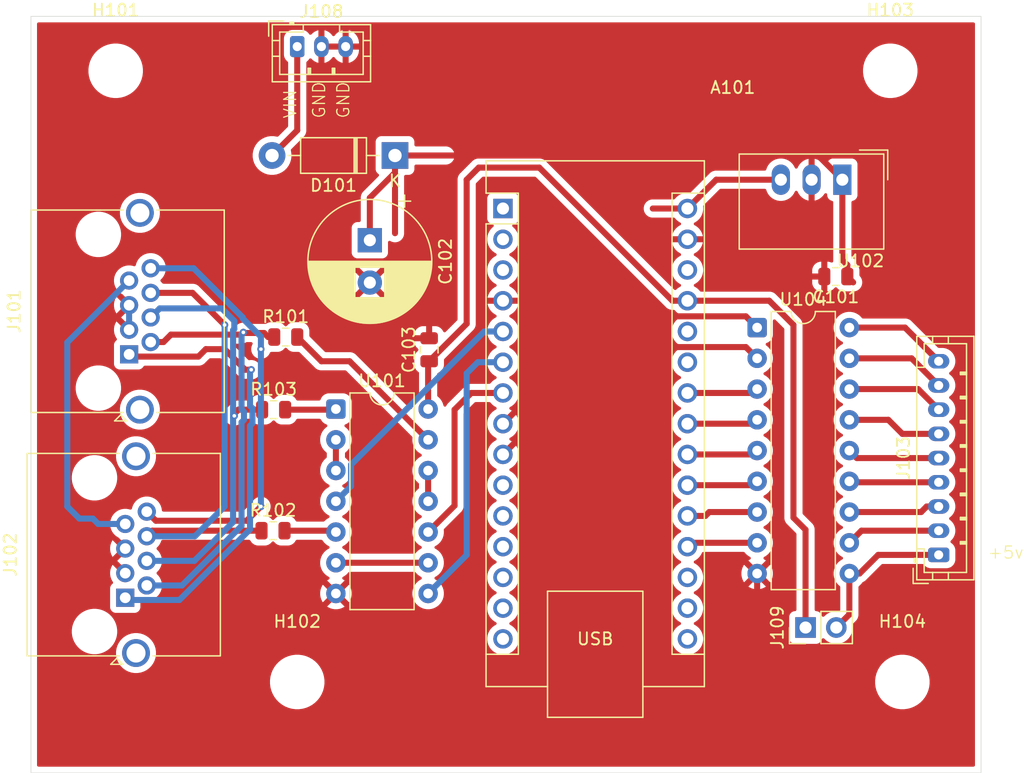
<source format=kicad_pcb>
(kicad_pcb (version 20241229) (generator "pcbnew") (generator_version "9.0")
  (layers (0 "F.Cu" signal) (2 "B.Cu" signal) (13 "F.Paste" user) (15 "B.Paste" user) (5 "F.SilkS" user "F.Silkscreen") (7 "B.SilkS" user "B.Silkscreen") (1 "F.Mask" user) (3 "B.Mask" user) (25 "Edge.Cuts" user))
  (net 0 "")
  (net 1 "Net-(A101-A3)")
  (net 6 "Net-(A101-A1)")
  (net 8 "GND")
  (net 11 "Net-(A101-A0)")
  (net 12 "Net-(A101-D5)")
  (net 13 "Net-(A101-A4)")
  (net 14 "+5V")
  (net 18 "/data")
  (net 19 "Net-(A101-D6)")
  (net 21 "Net-(A101-A5)")
  (net 23 "/load")
  (net 24 "Net-(A101-A2)")
  (net 25 "Net-(A101-VIN)")
  (net 27 "/clock")
  (net 30 "Net-(D101-K)")
  (net 31 "Net-(D101-A)")
  (net 32 "/LOAD_RJ45")
  (net 33 "/RESET_RJ45")
  (net 34 "/DATA_RJ45")
  (net 35 "/+5v{slash}+12v")
  (net 36 "/CLOCK_RJ45")
  (net 37 "/RAILDATA")
  (net 38 "Net-(J103-Pin_8)")
  (net 39 "Net-(J103-Pin_7)")
  (net 40 "Net-(J103-Pin_2)")
  (net 41 "Net-(J103-Pin_4)")
  (net 42 "Net-(J103-Pin_6)")
  (net 43 "Net-(J103-Pin_5)")
  (net 44 "Net-(J103-Pin_3)")
  (net 45 "Net-(J103-Pin_9)")
  (net 46 "Net-(R101-Pad2)")
  (net 47 "Net-(R102-Pad2)")
  (net 48 "Net-(R103-Pad2)")
  (net 49 "Net-(U101-Pad2)")
  (net 50 "Net-(U101-Pad6)")
  (net 51 "unconnected-(U101-Pad11)")
  (net 52 "Net-(J103-Pin_1)")
  (footprint "Connector_PinHeader_2.54mm:PinHeader_1x02_P2.54mm_Vertical" (layer "F.Cu") (at 147 102 90)
    (property "Reference" "J109" (at 0 -2.33 90) (layer "F.SilkS"))
    (property "Value" "Conn_01x02_Pin")
    (pad "1" thru_hole rect (at 0 0 90) (size 1.7 1.7) (drill 1) (layers "*.Cu" "*.Mask") (net 14 "+5V"))
    (pad "2" thru_hole oval (at 0 2.54 90) (size 1.7 1.7) (drill 1) (layers "*.Cu" "*.Mask") (net 52 "Net-(J103-Pin_1)"))
  )
  (footprint "MountingHole:MountingHole_4mm" (layer "F.Cu") (at 90 56)
    (property "Reference" "H101" (at 0 -5 0) (layer "F.SilkS"))
    (property "Value" "MountingHole")
    (pad "" np_thru_hole circle (at 0 0) (size 4 4) (drill 4) (layers "*.Cu" "*.Mask"))
  )
  (footprint "Diode_THT:D_DO-41_SOD81_P10.16mm_Horizontal" (layer "F.Cu") (at 113.08 63 180)
    (property "Reference" "D101" (at 5.08 -2.47 0) (layer "F.SilkS"))
    (property "Value" "1N4007")
    (fp_text user "K" (at 0 -2.1 0) (layer "F.SilkS"))
    (pad "1" thru_hole rect (at 0 0 180) (size 2.2 2.2) (drill 1.1) (layers "*.Cu" "*.Mask") (net 30 "Net-(D101-K)"))
    (pad "2" thru_hole oval (at 10.16 0 180) (size 2.2 2.2) (drill 1.1) (layers "*.Cu" "*.Mask") (net 31 "Net-(D101-A)"))
  )
  (footprint "Capacitor_SMD:C_0805_2012Metric" (layer "F.Cu") (at 149.5 73 180)
    (property "Reference" "C101" (at 0 -1.68 0) (layer "F.SilkS"))
    (property "Value" "100n")
    (pad "1" smd roundrect (at -0.95 0 180) (size 1 1.45) (layers "F.Cu" "F.Mask" "F.Paste") (net 30 "Net-(D101-K)"))
    (pad "2" smd roundrect (at 0.95 0 180) (size 1 1.45) (layers "F.Cu" "F.Mask" "F.Paste") (net 8 "GND"))
  )
  (footprint "Capacitor_SMD:C_0805_2012Metric" (layer "F.Cu") (at 103.05 84)
    (property "Reference" "R103" (at 0 -1.68 0) (layer "F.SilkS"))
    (property "Value" "47R")
    (pad "1" smd roundrect (at -0.95 0) (size 1 1.45) (layers "F.Cu" "F.Mask" "F.Paste") (net 36 "/CLOCK_RJ45"))
    (pad "2" smd roundrect (at 0.95 0) (size 1 1.45) (layers "F.Cu" "F.Mask" "F.Paste") (net 48 "Net-(R103-Pad2)"))
  )
  (footprint "MountingHole:MountingHole_4mm" (layer "F.Cu") (at 155 106.5)
    (property "Reference" "H104" (at 0 -5 0) (layer "F.SilkS"))
    (property "Value" "MountingHole")
    (pad "" np_thru_hole circle (at 0 0) (size 4 4) (drill 4) (layers "*.Cu" "*.Mask"))
  )
  (footprint "Converter_DCDC:Converter_DCDC_TRACO_TSR-1_THT" (layer "F.Cu") (at 150.04 65 180)
    (property "Reference" "U102" (at -1.5 -6.71 0) (layer "F.SilkS"))
    (property "Value" "TSR_1-2490")
    (pad "1" thru_hole rect (at 0 0 180) (size 1.5 2.5) (drill 1) (layers "*.Cu" "*.Mask") (net 30 "Net-(D101-K)"))
    (pad "2" thru_hole oval (at 2.54 0 180) (size 1.5 2.5) (drill 1) (layers "*.Cu" "*.Mask") (net 8 "GND"))
    (pad "3" thru_hole oval (at 5.08 0 180) (size 1.5 2.5) (drill 1) (layers "*.Cu" "*.Mask") (net 25 "Net-(A101-VIN)"))
  )
  (footprint "MountingHole:MountingHole_4mm" (layer "F.Cu") (at 154 56)
    (property "Reference" "H103" (at 0 -5 0) (layer "F.SilkS"))
    (property "Value" "MountingHole")
    (pad "" np_thru_hole circle (at 0 0) (size 4 4) (drill 4) (layers "*.Cu" "*.Mask"))
  )
  (footprint "Connector_RJ:RJ45_Amphenol_RJHSE5380" (layer "F.Cu") (at 90.79 99.54 90)
    (property "Reference" "J102" (at 3.56 -9.5 90) (layer "F.SilkS"))
    (property "Value" "RJ45")
    (pad "" np_thru_hole circle (at -2.79 -2.54 90) (size 3.25 3.25) (drill 3.25) (layers "*.Cu" "*.Mask"))
    (pad "" np_thru_hole circle (at 9.91 -2.54 90) (size 3.25 3.25) (drill 3.25) (layers "*.Cu" "*.Mask"))
    (pad "1" thru_hole rect (at 0 0 90) (size 1.5 1.5) (drill 0.89) (layers "*.Cu" "*.Mask") (net 35 "/+5v{slash}+12v"))
    (pad "2" thru_hole circle (at 1.016 1.78 90) (size 1.5 1.5) (drill 0.89) (layers "*.Cu" "*.Mask") (net 34 "/DATA_RJ45"))
    (pad "3" thru_hole circle (at 2.032 0 90) (size 1.5 1.5) (drill 0.89) (layers "*.Cu" "*.Mask") (net 8 "GND"))
    (pad "4" thru_hole circle (at 3.048 1.78 90) (size 1.5 1.5) (drill 0.89) (layers "*.Cu" "*.Mask") (net 36 "/CLOCK_RJ45"))
    (pad "5" thru_hole circle (at 4.064 0 90) (size 1.5 1.5) (drill 0.89) (layers "*.Cu" "*.Mask") (net 8 "GND"))
    (pad "6" thru_hole circle (at 5.08 1.78 90) (size 1.5 1.5) (drill 0.89) (layers "*.Cu" "*.Mask") (net 32 "/LOAD_RJ45"))
    (pad "7" thru_hole circle (at 6.096 0 90) (size 1.5 1.5) (drill 0.89) (layers "*.Cu" "*.Mask") (net 33 "/RESET_RJ45"))
    (pad "8" thru_hole circle (at 7.112 1.78 90) (size 1.5 1.5) (drill 0.89) (layers "*.Cu" "*.Mask") (net 37 "/RAILDATA"))
    (pad "SH" thru_hole circle (at -4.57 0.89 90) (size 2.3 2.3) (drill 1.57) (layers "*.Cu" "*.Mask"))
    (pad "SH" thru_hole circle (at 11.69 0.89 90) (size 2.3 2.3) (drill 1.57) (layers "*.Cu" "*.Mask"))
  )
  (footprint "Module:Arduino_Nano" (layer "F.Cu") (at 122 67.38)
    (property "Reference" "A101" (at 18.9875 -9.9975 180) (layer "F.SilkS"))
    (property "Value" "Arduino_Nano_v3.x")
    (fp_text user "USB" (at 7.62 35.56 0) (layer "F.SilkS"))
    (pad "1" thru_hole rect (at 0 0) (size 1.6 1.6) (drill 1) (layers "*.Cu" "*.Mask"))
    (pad "2" thru_hole oval (at 0 2.54) (size 1.6 1.6) (drill 1) (layers "*.Cu" "*.Mask"))
    (pad "3" thru_hole oval (at 0 5.08) (size 1.6 1.6) (drill 1) (layers "*.Cu" "*.Mask"))
    (pad "4" thru_hole oval (at 0 7.62) (size 1.6 1.6) (drill 1) (layers "*.Cu" "*.Mask") (net 8 "GND"))
    (pad "5" thru_hole oval (at 0 10.16) (size 1.6 1.6) (drill 1) (layers "*.Cu" "*.Mask") (net 27 "/clock"))
    (pad "6" thru_hole oval (at 0 12.7) (size 1.6 1.6) (drill 1) (layers "*.Cu" "*.Mask") (net 23 "/load"))
    (pad "7" thru_hole oval (at 0 15.24) (size 1.6 1.6) (drill 1) (layers "*.Cu" "*.Mask") (net 18 "/data"))
    (pad "8" thru_hole oval (at 0 17.78) (size 1.6 1.6) (drill 1) (layers "*.Cu" "*.Mask") (net 12 "Net-(A101-D5)"))
    (pad "9" thru_hole oval (at 0 20.32) (size 1.6 1.6) (drill 1) (layers "*.Cu" "*.Mask") (net 19 "Net-(A101-D6)"))
    (pad "10" thru_hole oval (at 0 22.86) (size 1.6 1.6) (drill 1) (layers "*.Cu" "*.Mask"))
    (pad "11" thru_hole oval (at 0 25.4) (size 1.6 1.6) (drill 1) (layers "*.Cu" "*.Mask"))
    (pad "12" thru_hole oval (at 0 27.94) (size 1.6 1.6) (drill 1) (layers "*.Cu" "*.Mask"))
    (pad "13" thru_hole oval (at 0 30.48) (size 1.6 1.6) (drill 1) (layers "*.Cu" "*.Mask"))
    (pad "14" thru_hole oval (at 0 33.02) (size 1.6 1.6) (drill 1) (layers "*.Cu" "*.Mask"))
    (pad "15" thru_hole oval (at 0 35.56) (size 1.6 1.6) (drill 1) (layers "*.Cu" "*.Mask"))
    (pad "16" thru_hole oval (at 15.24 35.56) (size 1.6 1.6) (drill 1) (layers "*.Cu" "*.Mask"))
    (pad "17" thru_hole oval (at 15.24 33.02) (size 1.6 1.6) (drill 1) (layers "*.Cu" "*.Mask"))
    (pad "18" thru_hole oval (at 15.24 30.48) (size 1.6 1.6) (drill 1) (layers "*.Cu" "*.Mask"))
    (pad "19" thru_hole oval (at 15.24 27.94) (size 1.6 1.6) (drill 1) (layers "*.Cu" "*.Mask") (net 11 "Net-(A101-A0)"))
    (pad "20" thru_hole oval (at 15.24 25.4) (size 1.6 1.6) (drill 1) (layers "*.Cu" "*.Mask") (net 6 "Net-(A101-A1)"))
    (pad "21" thru_hole oval (at 15.24 22.86) (size 1.6 1.6) (drill 1) (layers "*.Cu" "*.Mask") (net 24 "Net-(A101-A2)"))
    (pad "22" thru_hole oval (at 15.24 20.32) (size 1.6 1.6) (drill 1) (layers "*.Cu" "*.Mask") (net 1 "Net-(A101-A3)"))
    (pad "23" thru_hole oval (at 15.24 17.78) (size 1.6 1.6) (drill 1) (layers "*.Cu" "*.Mask") (net 13 "Net-(A101-A4)"))
    (pad "24" thru_hole oval (at 15.24 15.24) (size 1.6 1.6) (drill 1) (layers "*.Cu" "*.Mask") (net 21 "Net-(A101-A5)"))
    (pad "25" thru_hole oval (at 15.24 12.7) (size 1.6 1.6) (drill 1) (layers "*.Cu" "*.Mask"))
    (pad "26" thru_hole oval (at 15.24 10.16) (size 1.6 1.6) (drill 1) (layers "*.Cu" "*.Mask"))
    (pad "27" thru_hole oval (at 15.24 7.62) (size 1.6 1.6) (drill 1) (layers "*.Cu" "*.Mask") (net 14 "+5V"))
    (pad "28" thru_hole oval (at 15.24 5.08) (size 1.6 1.6) (drill 1) (layers "*.Cu" "*.Mask"))
    (pad "29" thru_hole oval (at 15.24 2.54) (size 1.6 1.6) (drill 1) (layers "*.Cu" "*.Mask") (net 8 "GND"))
    (pad "30" thru_hole oval (at 15.24 0) (size 1.6 1.6) (drill 1) (layers "*.Cu" "*.Mask") (net 25 "Net-(A101-VIN)"))
  )
  (footprint "Capacitor_SMD:C_0805_2012Metric" (layer "F.Cu") (at 115.9 79.05 90)
    (property "Reference" "C103" (at 0 -1.68 90) (layer "F.SilkS"))
    (property "Value" "100n")
    (pad "1" smd roundrect (at -0.95 0 90) (size 1 1.45) (layers "F.Cu" "F.Mask" "F.Paste") (net 14 "+5V"))
    (pad "2" smd roundrect (at 0.95 0 90) (size 1 1.45) (layers "F.Cu" "F.Mask" "F.Paste") (net 8 "GND"))
  )
  (footprint "Package_DIP:DIP-14_W7.62mm" (layer "F.Cu") (at 108.195 83.95)
    (property "Reference" "U101" (at 3.81 -2.33 0) (layer "F.SilkS"))
    (property "Value" "74HC14")
    (pad "1" thru_hole roundrect (at 0 0) (size 1.6 1.6) (drill 0.8) (layers "*.Cu" "*.Mask") (roundrect_rratio 0.15625) (net 48 "Net-(R103-Pad2)"))
    (pad "2" thru_hole circle (at 0 2.54) (size 1.6 1.6) (drill 0.8) (layers "*.Cu" "*.Mask") (net 49 "Net-(U101-Pad2)"))
    (pad "3" thru_hole circle (at 0 5.08) (size 1.6 1.6) (drill 0.8) (layers "*.Cu" "*.Mask") (net 49 "Net-(U101-Pad2)"))
    (pad "4" thru_hole circle (at 0 7.62) (size 1.6 1.6) (drill 0.8) (layers "*.Cu" "*.Mask") (net 27 "/clock"))
    (pad "5" thru_hole circle (at 0 10.16) (size 1.6 1.6) (drill 0.8) (layers "*.Cu" "*.Mask") (net 47 "Net-(R102-Pad2)"))
    (pad "6" thru_hole circle (at 0 12.7) (size 1.6 1.6) (drill 0.8) (layers "*.Cu" "*.Mask") (net 50 "Net-(U101-Pad6)"))
    (pad "7" thru_hole circle (at 0 15.24) (size 1.6 1.6) (drill 0.8) (layers "*.Cu" "*.Mask") (net 8 "GND"))
    (pad "8" thru_hole circle (at 7.62 15.24) (size 1.6 1.6) (drill 0.8) (layers "*.Cu" "*.Mask") (net 23 "/load"))
    (pad "9" thru_hole circle (at 7.62 12.7) (size 1.6 1.6) (drill 0.8) (layers "*.Cu" "*.Mask") (net 50 "Net-(U101-Pad6)"))
    (pad "10" thru_hole circle (at 7.62 10.16) (size 1.6 1.6) (drill 0.8) (layers "*.Cu" "*.Mask") (net 18 "/data"))
    (pad "11" thru_hole circle (at 7.62 7.62) (size 1.6 1.6) (drill 0.8) (layers "*.Cu" "*.Mask") (net 51 "unconnected-(U101-Pad11)"))
    (pad "12" thru_hole circle (at 7.62 5.08) (size 1.6 1.6) (drill 0.8) (layers "*.Cu" "*.Mask") (net 51 "unconnected-(U101-Pad11)"))
    (pad "13" thru_hole circle (at 7.62 2.54) (size 1.6 1.6) (drill 0.8) (layers "*.Cu" "*.Mask") (net 46 "Net-(R101-Pad2)"))
    (pad "14" thru_hole circle (at 7.62 0) (size 1.6 1.6) (drill 0.8) (layers "*.Cu" "*.Mask") (net 14 "+5V"))
  )
  (footprint "Capacitor_SMD:C_0805_2012Metric" (layer "F.Cu") (at 103 94)
    (property "Reference" "R102" (at 0 -1.68 0) (layer "F.SilkS"))
    (property "Value" "47R")
    (pad "1" smd roundrect (at -0.95 0) (size 1 1.45) (layers "F.Cu" "F.Mask" "F.Paste") (net 32 "/LOAD_RJ45"))
    (pad "2" smd roundrect (at 0.95 0) (size 1 1.45) (layers "F.Cu" "F.Mask" "F.Paste") (net 47 "Net-(R102-Pad2)"))
  )
  (footprint "MountingHole:MountingHole_4mm" (layer "F.Cu") (at 105 106.5)
    (property "Reference" "H102" (at 0 -5 0) (layer "F.SilkS"))
    (property "Value" "MountingHole")
    (pad "" np_thru_hole circle (at 0 0) (size 4 4) (drill 4) (layers "*.Cu" "*.Mask"))
  )
  (footprint "Connector_RJ:RJ45_Amphenol_RJHSE5380" (layer "F.Cu") (at 91.11 79.43 90)
    (property "Reference" "J101" (at 3.56 -9.5 90) (layer "F.SilkS"))
    (property "Value" "RJ45")
    (pad "" np_thru_hole circle (at -2.79 -2.54 90) (size 3.25 3.25) (drill 3.25) (layers "*.Cu" "*.Mask"))
    (pad "" np_thru_hole circle (at 9.91 -2.54 90) (size 3.25 3.25) (drill 3.25) (layers "*.Cu" "*.Mask"))
    (pad "1" thru_hole rect (at 0 0 90) (size 1.5 1.5) (drill 0.89) (layers "*.Cu" "*.Mask") (net 35 "/+5v{slash}+12v"))
    (pad "2" thru_hole circle (at 1.016 1.78 90) (size 1.5 1.5) (drill 0.89) (layers "*.Cu" "*.Mask") (net 34 "/DATA_RJ45"))
    (pad "3" thru_hole circle (at 2.032 0 90) (size 1.5 1.5) (drill 0.89) (layers "*.Cu" "*.Mask") (net 8 "GND"))
    (pad "4" thru_hole circle (at 3.048 1.78 90) (size 1.5 1.5) (drill 0.89) (layers "*.Cu" "*.Mask") (net 36 "/CLOCK_RJ45"))
    (pad "5" thru_hole circle (at 4.064 0 90) (size 1.5 1.5) (drill 0.89) (layers "*.Cu" "*.Mask") (net 8 "GND"))
    (pad "6" thru_hole circle (at 5.08 1.78 90) (size 1.5 1.5) (drill 0.89) (layers "*.Cu" "*.Mask") (net 32 "/LOAD_RJ45"))
    (pad "7" thru_hole circle (at 6.096 0 90) (size 1.5 1.5) (drill 0.89) (layers "*.Cu" "*.Mask") (net 33 "/RESET_RJ45"))
    (pad "8" thru_hole circle (at 7.112 1.78 90) (size 1.5 1.5) (drill 0.89) (layers "*.Cu" "*.Mask") (net 37 "/RAILDATA"))
    (pad "SH" thru_hole circle (at -4.57 0.89 90) (size 2.3 2.3) (drill 1.57) (layers "*.Cu" "*.Mask"))
    (pad "SH" thru_hole circle (at 11.69 0.89 90) (size 2.3 2.3) (drill 1.57) (layers "*.Cu" "*.Mask"))
  )
  (footprint "Capacitor_THT:CP_Radial_D10.0mm_P3.50mm" (layer "F.Cu") (at 111 70 -90)
    (property "Reference" "C102" (at 1.75 -6.25 90) (layer "F.SilkS"))
    (property "Value" "470u")
    (pad "1" thru_hole rect (at 0 0 270) (size 2 2) (drill 1) (layers "*.Cu" "*.Mask") (net 30 "Net-(D101-K)"))
    (pad "2" thru_hole circle (at 3.5 0 270) (size 2 2) (drill 1) (layers "*.Cu" "*.Mask") (net 8 "GND"))
  )
  (footprint "Capacitor_SMD:C_0805_2012Metric" (layer "F.Cu") (at 104.05 78)
    (property "Reference" "R101" (at 0 -1.68 0) (layer "F.SilkS"))
    (property "Value" "47R")
    (pad "1" smd roundrect (at -0.95 0) (size 1 1.45) (layers "F.Cu" "F.Mask" "F.Paste") (net 34 "/DATA_RJ45"))
    (pad "2" smd roundrect (at 0.95 0) (size 1 1.45) (layers "F.Cu" "F.Mask" "F.Paste") (net 46 "Net-(R101-Pad2)"))
  )
  (footprint "Package_DIP:DIP-18_W7.62mm" (layer "F.Cu") (at 143 77.22)
    (property "Reference" "U104" (at 3.81 -2.33 0) (layer "F.SilkS"))
    (property "Value" "ULN2803A")
    (pad "1" thru_hole roundrect (at 0 0) (size 1.6 1.6) (drill 0.8) (layers "*.Cu" "*.Mask") (roundrect_rratio 0.15625) (net 12 "Net-(A101-D5)"))
    (pad "2" thru_hole circle (at 0 2.54) (size 1.6 1.6) (drill 0.8) (layers "*.Cu" "*.Mask") (net 19 "Net-(A101-D6)"))
    (pad "3" thru_hole circle (at 0 5.08) (size 1.6 1.6) (drill 0.8) (layers "*.Cu" "*.Mask") (net 21 "Net-(A101-A5)"))
    (pad "4" thru_hole circle (at 0 7.62) (size 1.6 1.6) (drill 0.8) (layers "*.Cu" "*.Mask") (net 13 "Net-(A101-A4)"))
    (pad "5" thru_hole circle (at 0 10.16) (size 1.6 1.6) (drill 0.8) (layers "*.Cu" "*.Mask") (net 1 "Net-(A101-A3)"))
    (pad "6" thru_hole circle (at 0 12.7) (size 1.6 1.6) (drill 0.8) (layers "*.Cu" "*.Mask") (net 24 "Net-(A101-A2)"))
    (pad "7" thru_hole circle (at 0 15.24) (size 1.6 1.6) (drill 0.8) (layers "*.Cu" "*.Mask") (net 6 "Net-(A101-A1)"))
    (pad "8" thru_hole circle (at 0 17.78) (size 1.6 1.6) (drill 0.8) (layers "*.Cu" "*.Mask") (net 11 "Net-(A101-A0)"))
    (pad "9" thru_hole circle (at 0 20.32) (size 1.6 1.6) (drill 0.8) (layers "*.Cu" "*.Mask") (net 8 "GND"))
    (pad "10" thru_hole circle (at 7.62 20.32) (size 1.6 1.6) (drill 0.8) (layers "*.Cu" "*.Mask") (net 52 "Net-(J103-Pin_1)"))
    (pad "11" thru_hole circle (at 7.62 17.78) (size 1.6 1.6) (drill 0.8) (layers "*.Cu" "*.Mask") (net 40 "Net-(J103-Pin_2)"))
    (pad "12" thru_hole circle (at 7.62 15.24) (size 1.6 1.6) (drill 0.8) (layers "*.Cu" "*.Mask") (net 44 "Net-(J103-Pin_3)"))
    (pad "13" thru_hole circle (at 7.62 12.7) (size 1.6 1.6) (drill 0.8) (layers "*.Cu" "*.Mask") (net 41 "Net-(J103-Pin_4)"))
    (pad "14" thru_hole circle (at 7.62 10.16) (size 1.6 1.6) (drill 0.8) (layers "*.Cu" "*.Mask") (net 43 "Net-(J103-Pin_5)"))
    (pad "15" thru_hole circle (at 7.62 7.62) (size 1.6 1.6) (drill 0.8) (layers "*.Cu" "*.Mask") (net 42 "Net-(J103-Pin_6)"))
    (pad "16" thru_hole circle (at 7.62 5.08) (size 1.6 1.6) (drill 0.8) (layers "*.Cu" "*.Mask") (net 39 "Net-(J103-Pin_7)"))
    (pad "17" thru_hole circle (at 7.62 2.54) (size 1.6 1.6) (drill 0.8) (layers "*.Cu" "*.Mask") (net 38 "Net-(J103-Pin_8)"))
    (pad "18" thru_hole circle (at 7.62 0) (size 1.6 1.6) (drill 0.8) (layers "*.Cu" "*.Mask") (net 45 "Net-(J103-Pin_9)"))
  )
  (footprint "Connector_JST:JST_PH_B9B-PH-K_1x09_P2.00mm_Vertical" (layer "F.Cu") (at 158 96 90)
    (property "Reference" "J103" (at 8 -2.9 90) (layer "F.SilkS"))
    (property "Value" "Conn_01x09_Pin")
    (pad "1" thru_hole roundrect (at 0 0 90) (size 1.2 1.75) (drill 0.75) (layers "*.Cu" "*.Mask") (roundrect_rratio 0.208333) (net 52 "Net-(J103-Pin_1)"))
    (pad "2" thru_hole oval (at 2 0 90) (size 1.2 1.75) (drill 0.75) (layers "*.Cu" "*.Mask") (net 40 "Net-(J103-Pin_2)"))
    (pad "3" thru_hole oval (at 4 0 90) (size 1.2 1.75) (drill 0.75) (layers "*.Cu" "*.Mask") (net 44 "Net-(J103-Pin_3)"))
    (pad "4" thru_hole oval (at 6 0 90) (size 1.2 1.75) (drill 0.75) (layers "*.Cu" "*.Mask") (net 41 "Net-(J103-Pin_4)"))
    (pad "5" thru_hole oval (at 8 0 90) (size 1.2 1.75) (drill 0.75) (layers "*.Cu" "*.Mask") (net 43 "Net-(J103-Pin_5)"))
    (pad "6" thru_hole oval (at 10 0 90) (size 1.2 1.75) (drill 0.75) (layers "*.Cu" "*.Mask") (net 42 "Net-(J103-Pin_6)"))
    (pad "7" thru_hole oval (at 12 0 90) (size 1.2 1.75) (drill 0.75) (layers "*.Cu" "*.Mask") (net 39 "Net-(J103-Pin_7)"))
    (pad "8" thru_hole oval (at 14 0 90) (size 1.2 1.75) (drill 0.75) (layers "*.Cu" "*.Mask") (net 38 "Net-(J103-Pin_8)"))
    (pad "9" thru_hole oval (at 16 0 90) (size 1.2 1.75) (drill 0.75) (layers "*.Cu" "*.Mask") (net 45 "Net-(J103-Pin_9)"))
  )
  (footprint "Connector_JST:JST_PH_B3B-PH-K_1x03_P2.00mm_Vertical" (layer "F.Cu") (at 105 54)
    (property "Reference" "J108" (at 2 -2.9 0) (layer "F.SilkS"))
    (property "Value" "Conn_01x03_Pin")
    (pad "1" thru_hole roundrect (at 0 0) (size 1.2 1.75) (drill 0.75) (layers "*.Cu" "*.Mask") (roundrect_rratio 0.208333) (net 31 "Net-(D101-A)"))
    (pad "2" thru_hole oval (at 2 0) (size 1.2 1.75) (drill 0.75) (layers "*.Cu" "*.Mask") (net 8 "GND"))
    (pad "3" thru_hole oval (at 4 0) (size 1.2 1.75) (drill 0.75) (layers "*.Cu" "*.Mask") (net 8 "GND"))
  )
  (gr_rect (start 83 51.5) (end 161.5 114) (stroke (width 0.05)) (fill no) (layer "Edge.Cuts"))
  (gr_text "GND\n\n" (at 111 60 90) (layer "F.SilkS") (effects (font (size 1 1) (thickness 0.1)) (justify left bottom)))
  (gr_text "GND\n\n" (at 109 60 90) (layer "F.SilkS") (effects (font (size 1 1) (thickness 0.1)) (justify left bottom)))
  (gr_text "+5v\n\n" (at 162 98 0) (layer "F.SilkS") (effects (font (size 1 1) (thickness 0.1)) (justify left bottom)))
  (gr_text "VIN\n" (at 105 60 90) (layer "F.SilkS") (effects (font (size 1 1) (thickness 0.1)) (justify left bottom)))
  (segment (start 137.24 87.7) (end 142.68 87.7) (width 0.5) (layer "F.Cu") (net 1))
  (segment (start 142.68 87.7) (end 143 87.38) (width 0.5) (layer "F.Cu") (net 1))
  (segment (start 137.24 92.78) (end 138.72 92.78) (width 0.5) (layer "F.Cu") (net 6))
  (segment (start 139.04 92.46) (end 143 92.46) (width 0.5) (layer "F.Cu") (net 6))
  (segment (start 138.72 92.78) (end 139.04 92.46) (width 0.5) (layer "F.Cu") (net 6))
  (segment (start 143 103) (end 137 109) (width 0.5) (layer "F.Cu") (net 8))
  (segment (start 143 97.54) (end 143 103) (width 0.5) (layer "F.Cu") (net 8))
  (segment (start 137 109) (end 119 109) (width 0.5) (layer "F.Cu") (net 8))
  (segment (start 111.005 102) (end 108.195 99.19) (width 0.5) (layer "F.Cu") (net 8))
  (segment (start 112 102) (end 111.005 102) (width 0.5) (layer "F.Cu") (net 8))
  (segment (start 119 109) (end 112 102) (width 0.5) (layer "F.Cu") (net 8))
  (segment (start 91.11 77.398) (end 91.11 75.366) (width 0.5) (layer "B.Cu") (net 8))
  (segment (start 143 95) (end 137.56 95) (width 0.5) (layer "F.Cu") (net 11))
  (segment (start 137.56 95) (end 137.24 95.32) (width 0.5) (layer "F.Cu") (net 11))
  (segment (start 130.871 76.289) (end 122 85.16) (width 0.5) (layer "F.Cu") (net 12))
  (segment (start 142.68 77.54) (end 143 77.22) (width 0.5) (layer "F.Cu") (net 12))
  (segment (start 142.069 76.289) (end 130.871 76.289) (width 0.5) (layer "F.Cu") (net 12))
  (segment (start 143 77.22) (end 142.069 76.289) (width 0.5) (layer "F.Cu") (net 12))
  (segment (start 137.24 85.16) (end 142.68 85.16) (width 0.5) (layer "F.Cu") (net 13))
  (segment (start 142.68 85.16) (end 143 84.84) (width 0.5) (layer "F.Cu") (net 13))
  (segment (start 136 75) (end 137.24 75) (width 0.5) (layer "F.Cu") (net 14))
  (segment (start 146 77) (end 144 75) (width 0.5) (layer "F.Cu") (net 14))
  (segment (start 125 64) (end 136 75) (width 0.5) (layer "F.Cu") (net 14))
  (segment (start 146 92.92) (end 146 77) (width 0.5) (layer "F.Cu") (net 14))
  (segment (start 144 75) (end 137.24 75) (width 0.5) (layer "F.Cu") (net 14))
  (segment (start 119 65) (end 120 64) (width 0.5) (layer "F.Cu") (net 14))
  (segment (start 119 76.9) (end 119 65) (width 0.5) (layer "F.Cu") (net 14))
  (segment (start 147 102) (end 147 93.92) (width 0.5) (layer "F.Cu") (net 14))
  (segment (start 115.815 83.95) (end 115.815 80.085) (width 0.5) (layer "F.Cu") (net 14))
  (segment (start 120 64) (end 125 64) (width 0.5) (layer "F.Cu") (net 14))
  (segment (start 115.815 80.085) (end 115.9 80) (width 0.5) (layer "F.Cu") (net 14))
  (segment (start 147 93.92) (end 146 92.92) (width 0.5) (layer "F.Cu") (net 14))
  (segment (start 115.9 80) (end 119 76.9) (width 0.5) (layer "F.Cu") (net 14))
  (segment (start 118 91.925) (end 118 84) (width 0.5) (layer "F.Cu") (net 18))
  (segment (start 118 84) (end 119.38 82.62) (width 0.5) (layer "F.Cu") (net 18))
  (segment (start 115.815 94.11) (end 118 91.925) (width 0.5) (layer "F.Cu") (net 18))
  (segment (start 119.38 82.62) (end 122 82.62) (width 0.5) (layer "F.Cu") (net 18))
  (segment (start 142.069 78.829) (end 130.871 78.829) (width 0.5) (layer "F.Cu") (net 19))
  (segment (start 130.871 78.829) (end 122 87.7) (width 0.5) (layer "F.Cu") (net 19))
  (segment (start 142.68 80.08) (end 143 79.76) (width 0.5) (layer "F.Cu") (net 19))
  (segment (start 143 79.76) (end 142.069 78.829) (width 0.5) (layer "F.Cu") (net 19))
  (segment (start 142.68 82.62) (end 143 82.3) (width 0.5) (layer "F.Cu") (net 21))
  (segment (start 137.24 82.62) (end 142.68 82.62) (width 0.5) (layer "F.Cu") (net 21))
  (segment (start 115.815 99.19) (end 119 96.005) (width 0.5) (layer "B.Cu") (net 23))
  (segment (start 119.92 80.08) (end 122 80.08) (width 0.5) (layer "B.Cu") (net 23))
  (segment (start 119 96.005) (end 119 81) (width 0.5) (layer "B.Cu") (net 23))
  (segment (start 119 81) (end 119.92 80.08) (width 0.5) (layer "B.Cu") (net 23))
  (segment (start 142.68 90.24) (end 143 89.92) (width 0.5) (layer "F.Cu") (net 24))
  (segment (start 137.24 90.24) (end 142.68 90.24) (width 0.5) (layer "F.Cu") (net 24))
  (segment (start 144.96 65) (end 139.62 65) (width 0.5) (layer "F.Cu") (net 25))
  (segment (start 139.62 65) (end 137.24 67.38) (width 0.5) (layer "F.Cu") (net 25))
  (segment (start 137.24 67.38) (end 134.38 67.38) (width 0.5) (layer "F.Cu") (net 25))
  (segment (start 109.446 88.549818) (end 109.446 90.319) (width 0.5) (layer "B.Cu") (net 27))
  (segment (start 122 77.54) (end 120.455818 77.54) (width 0.5) (layer "B.Cu") (net 27))
  (segment (start 120.455818 77.54) (end 109.446 88.549818) (width 0.5) (layer "B.Cu") (net 27))
  (segment (start 109.446 90.319) (end 108.195 91.57) (width 0.5) (layer "B.Cu") (net 27))
  (segment (start 113.08 69.42) (end 113.08 63) (width 0.5) (layer "F.Cu") (net 30))
  (segment (start 111 70) (end 111 66.5) (width 0.5) (layer "F.Cu") (net 30))
  (segment (start 113.08 63) (end 148.04 63) (width 0.5) (layer "F.Cu") (net 30))
  (segment (start 148.04 63) (end 150.04 65) (width 0.5) (layer "F.Cu") (net 30))
  (segment (start 111 66.5) (end 113.08 64.42) (width 0.5) (layer "F.Cu") (net 30))
  (segment (start 150.45 73) (end 150.45 72.05) (width 0.5) (layer "F.Cu") (net 30))
  (segment (start 150.9325 73.4825) (end 150.45 73) (width 0.5) (layer "F.Cu") (net 30))
  (segment (start 150.45 72.05) (end 150.04 71.64) (width 0.5) (layer "F.Cu") (net 30))
  (segment (start 150.04 71.64) (end 150.04 65) (width 0.5) (layer "F.Cu") (net 30))
  (segment (start 105 60.92) (end 102.92 63) (width 0.5) (layer "F.Cu") (net 31))
  (segment (start 105 54) (end 105 60.92) (width 0.5) (layer "F.Cu") (net 31))
  (segment (start 99 77) (end 96.35 74.35) (width 0.5) (layer "F.Cu") (net 32))
  (segment (start 102.05 94) (end 93.03 94) (width 0.5) (layer "F.Cu") (net 32))
  (segment (start 93.03 94) (end 92.57 94.46) (width 0.5) (layer "F.Cu") (net 32))
  (segment (start 96.35 74.35) (end 92.89 74.35) (width 0.5) (layer "F.Cu") (net 32))
  (via (at 99 77) (size 0.6) (drill 0.3) (layers "F.Cu" "B.Cu") (net 32))
  (segment (start 99 87) (end 99 82) (width 0.5) (layer "B.Cu") (net 32))
  (segment (start 92.57 94.46) (end 96.54 94.46) (width 0.5) (layer "B.Cu") (net 32))
  (segment (start 96.54 94.46) (end 99 92) (width 0.5) (layer "B.Cu") (net 32))
  (segment (start 99 92) (end 99 87) (width 0.5) (layer "B.Cu") (net 32))
  (segment (start 99 82) (end 99 77) (width 0.5) (layer "B.Cu") (net 32))
  (segment (start 87 93) (end 88.112 93) (width 0.5) (layer "B.Cu") (net 33))
  (segment (start 88.556 93.444) (end 90.79 93.444) (width 0.5) (layer "B.Cu") (net 33))
  (segment (start 86 92) (end 87 93) (width 0.5) (layer "B.Cu") (net 33))
  (segment (start 88.112 93) (end 88.556 93.444) (width 0.5) (layer "B.Cu") (net 33))
  (segment (start 86 78.444) (end 86 92) (width 0.5) (layer "B.Cu") (net 33))
  (segment (start 91.11 73.334) (end 86 78.444) (width 0.5) (layer "B.Cu") (net 33))
  (segment (start 100.564322 77.664) (end 100.548709 77.648387) (width 0.5) (layer "F.Cu") (net 34))
  (segment (start 94.56466 77.8) (end 100.361922 77.8) (width 0.5) (layer "F.Cu") (net 34))
  (segment (start 102.6 78) (end 102.264 77.664) (width 0.5) (layer "F.Cu") (net 34))
  (segment (start 100.361922 77.8) (end 100.548709 77.613213) (width 0.5) (layer "F.Cu") (net 34))
  (segment (start 93.95066 78.414) (end 94.56466 77.8) (width 0.5) (layer "F.Cu") (net 34))
  (segment (start 92.89 78.414) (end 93.95066 78.414) (width 0.5) (layer "F.Cu") (net 34))
  (segment (start 100.548709 77.648387) (end 100.548709 77.613213) (width 0.5) (layer "F.Cu") (net 34))
  (segment (start 102.264 77.664) (end 100.564322 77.664) (width 0.5) (layer "F.Cu") (net 34))
  (segment (start 103.1 78) (end 102.6 78) (width 0.5) (layer "F.Cu") (net 34))
  (via (at 100.548709 77.613213) (size 0.6) (drill 0.3) (layers "F.Cu" "B.Cu") (net 34))
  (segment (start 100.4 93.6) (end 100.4 85.041734) (width 0.5) (layer "B.Cu") (net 34))
  (segment (start 100.4 77.761922) (end 100.548709 77.613213) (width 0.5) (layer "B.Cu") (net 34))
  (segment (start 100.6 84.178992) (end 100.4 83.978992) (width 0.5) (layer "B.Cu") (net 34))
  (segment (start 100.4 85.041734) (end 100.6 84.841734) (width 0.5) (layer "B.Cu") (net 34))
  (segment (start 100.6 84.841734) (end 100.6 84.178992) (width 0.5) (layer "B.Cu") (net 34))
  (segment (start 92.57 98.524) (end 95.476 98.524) (width 0.5) (layer "B.Cu") (net 34))
  (segment (start 95.476 98.524) (end 100.4 93.6) (width 0.5) (layer "B.Cu") (net 34))
  (segment (start 100.4 83.978992) (end 100.4 77.761922) (width 0.5) (layer "B.Cu") (net 34))
  (segment (start 91.11 79.43) (end 91.295 79.615) (width 0.5) (layer "F.Cu") (net 35))
  (segment (start 99 79) (end 100.7 80.7) (width 0.5) (layer "F.Cu") (net 35))
  (segment (start 100.7 80.7) (end 101.2 80.7) (width 0.5) (layer "F.Cu") (net 35))
  (segment (start 97.451529 79) (end 99 79) (width 0.5) (layer "F.Cu") (net 35))
  (segment (start 96.836529 79.615) (end 97.451529 79) (width 0.5) (layer "F.Cu") (net 35))
  (segment (start 91.295 79.615) (end 96.836529 79.615) (width 0.5) (layer "F.Cu") (net 35))
  (via (at 101.2 80.7) (size 0.6) (drill 0.3) (layers "F.Cu" "B.Cu") (net 35))
  (segment (start 101.099999 85.331685) (end 101.3 85.131683) (width 0.5) (layer "B.Cu") (net 35))
  (segment (start 101.3 85.131683) (end 101.3 83.889042) (width 0.5) (layer "B.Cu") (net 35))
  (segment (start 95.26495 99.725) (end 101.1 93.889949) (width 0.5) (layer "B.Cu") (net 35))
  (segment (start 101.099999 83.689042) (end 101.099999 80.800001) (width 0.5) (layer "B.Cu") (net 35))
  (segment (start 101.099999 80.800001) (end 101.2 80.7) (width 0.5) (layer "B.Cu") (net 35))
  (segment (start 101.3 83.889042) (end 101.099999 83.689042) (width 0.5) (layer "B.Cu") (net 35))
  (segment (start 101.1 93.889949) (end 101.099999 85.331685) (width 0.5) (layer "B.Cu") (net 35))
  (segment (start 90.79 99.54) (end 90.975 99.725) (width 0.5) (layer "B.Cu") (net 35))
  (segment (start 90.975 99.725) (end 95.26495 99.725) (width 0.5) (layer "B.Cu") (net 35))
  (segment (start 99.960737 84.165686) (end 99.8 84.326423) (width 0.5) (layer "F.Cu") (net 36))
  (segment (start 102.1 84) (end 100.131372 84) (width 0.5) (layer "F.Cu") (net 36))
  (segment (start 99.965686 84.165686) (end 99.960737 84.165686) (width 0.5) (layer "F.Cu") (net 36))
  (segment (start 99.8 84.326423) (end 99.8 84.510363) (width 0.5) (layer "F.Cu") (net 36))
  (segment (start 100.131372 84) (end 99.965686 84.165686) (width 0.5) (layer "F.Cu") (net 36))
  (via (at 99.8 84.510363) (size 0.6) (drill 0.3) (layers "F.Cu" "B.Cu") (net 36))
  (segment (start 92.57 96.492) (end 96.49795 96.492) (width 0.5) (layer "B.Cu") (net 36))
  (segment (start 99.7 77.431371) (end 99.7 84.426423) (width 0.5) (layer "B.Cu") (net 36))
  (segment (start 93.64 75.632) (end 98.763371 75.632) (width 0.5) (layer "B.Cu") (net 36))
  (segment (start 99.7 84.610363) (end 99.8 84.510363) (width 0.5) (layer "B.Cu") (net 36))
  (segment (start 99.7 84.426423) (end 99.78394 84.510363) (width 0.5) (layer "B.Cu") (net 36))
  (segment (start 99.8 76.668629) (end 99.8 77.331371) (width 0.5) (layer "B.Cu") (net 36))
  (segment (start 96.49795 96.492) (end 99.7 93.28995) (width 0.5) (layer "B.Cu") (net 36))
  (segment (start 99.8 77.331371) (end 99.7 77.431371) (width 0.5) (layer "B.Cu") (net 36))
  (segment (start 98.763371 75.632) (end 99.8 76.668629) (width 0.5) (layer "B.Cu") (net 36))
  (segment (start 92.89 76.382) (end 93.64 75.632) (width 0.5) (layer "B.Cu") (net 36))
  (segment (start 99.7 93.28995) (end 99.7 84.610363) (width 0.5) (layer "B.Cu") (net 36))
  (segment (start 99.78394 84.510363) (end 99.8 84.510363) (width 0.5) (layer "B.Cu") (net 36))
  (segment (start 93.32 93.178) (end 100.822 93.178) (width 0.5) (layer "F.Cu") (net 37))
  (segment (start 100.822 93.178) (end 102 92) (width 0.5) (layer "F.Cu") (net 37))
  (segment (start 92.57 92.428) (end 93.32 93.178) (width 0.5) (layer "F.Cu") (net 37))
  (via (at 102 79) (size 0.6) (drill 0.3) (layers "F.Cu" "B.Cu") (net 37))
  (via (at 102 92) (size 0.6) (drill 0.3) (layers "F.Cu" "B.Cu") (net 37))
  (segment (start 100.5 76.468307) (end 102 77.968307) (width 0.5) (layer "B.Cu") (net 37))
  (segment (start 92.89 72.318) (end 96.439321 72.318) (width 0.5) (layer "B.Cu") (net 37))
  (segment (start 102 77.968307) (end 102 79) (width 0.5) (layer "B.Cu") (net 37))
  (segment (start 102 92) (end 102 79) (width 0.5) (layer "B.Cu") (net 37))
  (segment (start 100.5 76.37868) (end 100.5 76.468307) (width 0.5) (layer "B.Cu") (net 37))
  (segment (start 96.439321 72.318) (end 100.5 76.37868) (width 0.5) (layer "B.Cu") (net 37))
  (segment (start 155.76 79.76) (end 158 82) (width 0.5) (layer "F.Cu") (net 38))
  (segment (start 150.62 79.76) (end 155.76 79.76) (width 0.5) (layer "F.Cu") (net 38))
  (segment (start 150.62 82.3) (end 156.3 82.3) (width 0.5) (layer "F.Cu") (net 39))
  (segment (start 156.3 82.3) (end 158 84) (width 0.5) (layer "F.Cu") (net 39))
  (segment (start 158 94) (end 151.62 94) (width 0.5) (layer "F.Cu") (net 40))
  (segment (start 151.62 94) (end 150.62 95) (width 0.5) (layer "F.Cu") (net 40))
  (segment (start 158 90) (end 150.7 90) (width 0.5) (layer "F.Cu") (net 41))
  (segment (start 150.7 90) (end 150.62 89.92) (width 0.5) (layer "F.Cu") (net 41))
  (segment (start 150.62 84.84) (end 153.84 84.84) (width 0.5) (layer "F.Cu") (net 42))
  (segment (start 155 86) (end 158 86) (width 0.5) (layer "F.Cu") (net 42))
  (segment (start 153.84 84.84) (end 155 86) (width 0.5) (layer "F.Cu") (net 42))
  (segment (start 151.24 88) (end 150.62 87.38) (width 0.5) (layer "F.Cu") (net 43))
  (segment (start 158 88) (end 151.24 88) (width 0.5) (layer "F.Cu") (net 43))
  (segment (start 156.55005 92.46) (end 157.01005 92) (width 0.5) (layer "F.Cu") (net 44))
  (segment (start 150.62 92.46) (end 156.55005 92.46) (width 0.5) (layer "F.Cu") (net 44))
  (segment (start 157.01005 92) (end 158 92) (width 0.5) (layer "F.Cu") (net 44))
  (segment (start 155.22 77.22) (end 158 80) (width 0.5) (layer "F.Cu") (net 45))
  (segment (start 150.62 77.22) (end 155.22 77.22) (width 0.5) (layer "F.Cu") (net 45))
  (segment (start 115.815 86.49) (end 109.325 80) (width 0.5) (layer "F.Cu") (net 46))
  (segment (start 107 80) (end 105 78) (width 0.5) (layer "F.Cu") (net 46))
  (segment (start 109.325 80) (end 107 80) (width 0.5) (layer "F.Cu") (net 46))
  (segment (start 108.085 94) (end 108.195 94.11) (width 0.5) (layer "F.Cu") (net 47))
  (segment (start 103.95 94) (end 108.085 94) (width 0.5) (layer "F.Cu") (net 47))
  (segment (start 104 84) (end 108.145 84) (width 0.5) (layer "F.Cu") (net 48))
  (segment (start 108.145 84) (end 108.195 83.95) (width 0.5) (layer "F.Cu") (net 48))
  (segment (start 108.195 89.03) (end 108.195 86.49) (width 0.5) (layer "F.Cu") (net 49))
  (segment (start 108.195 96.65) (end 115.815 96.65) (width 0.5) (layer "F.Cu") (net 50))
  (segment (start 115.815 89.03) (end 115.815 91.57) (width 0.5) (layer "F.Cu") (net 51))
  (segment (start 153 96) (end 158 96) (width 0.5) (layer "F.Cu") (net 52))
  (segment (start 150.62 97.54) (end 150.62 100.92) (width 0.5) (layer "F.Cu") (net 52))
  (segment (start 150.62 100.92) (end 149.54 102) (width 0.5) (layer "F.Cu") (net 52))
  (segment (start 151.46 97.54) (end 153 96) (width 0.5) (layer "F.Cu") (net 52))
  (segment (start 150.62 97.54) (end 151.46 97.54) (width 0.5) (layer "F.Cu") (net 52))
  (zone (net 8) (net_name "GND") (layer "F.Cu") (connect_pads (clearance 0.5)) (min_thickness 0.25) (fill yes (thermal_gap 0.5) (thermal_bridge_width 0.5))
    (polygon (pts (xy 161.5 114) (xy 83 114) (xy 83 51.5) (xy 161.5 51.5)))
  )
)
</source>
